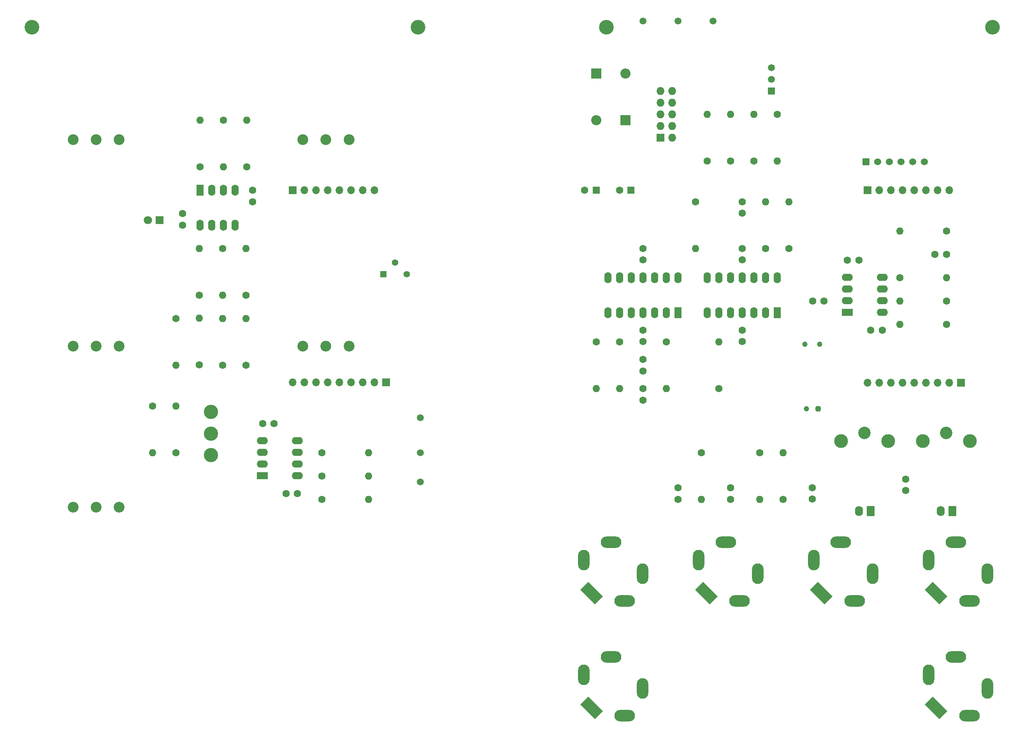
<source format=gts>
%TF.GenerationSoftware,KiCad,Pcbnew,7.0.0-da2b9df05c~171~ubuntu22.04.1*%
%TF.CreationDate,2023-03-08T20:31:39-05:00*%
%TF.ProjectId,springReverbRev2,73707269-6e67-4526-9576-657262526576,rev?*%
%TF.SameCoordinates,Original*%
%TF.FileFunction,Soldermask,Top*%
%TF.FilePolarity,Negative*%
%FSLAX46Y46*%
G04 Gerber Fmt 4.6, Leading zero omitted, Abs format (unit mm)*
G04 Created by KiCad (PCBNEW 7.0.0-da2b9df05c~171~ubuntu22.04.1) date 2023-03-08 20:31:39*
%MOMM*%
%LPD*%
G01*
G04 APERTURE LIST*
G04 Aperture macros list*
%AMRoundRect*
0 Rectangle with rounded corners*
0 $1 Rounding radius*
0 $2 $3 $4 $5 $6 $7 $8 $9 X,Y pos of 4 corners*
0 Add a 4 corners polygon primitive as box body*
4,1,4,$2,$3,$4,$5,$6,$7,$8,$9,$2,$3,0*
0 Add four circle primitives for the rounded corners*
1,1,$1+$1,$2,$3*
1,1,$1+$1,$4,$5*
1,1,$1+$1,$6,$7*
1,1,$1+$1,$8,$9*
0 Add four rect primitives between the rounded corners*
20,1,$1+$1,$2,$3,$4,$5,0*
20,1,$1+$1,$4,$5,$6,$7,0*
20,1,$1+$1,$6,$7,$8,$9,0*
20,1,$1+$1,$8,$9,$2,$3,0*%
%AMRotRect*
0 Rectangle, with rotation*
0 The origin of the aperture is its center*
0 $1 length*
0 $2 width*
0 $3 Rotation angle, in degrees counterclockwise*
0 Add horizontal line*
21,1,$1,$2,0,0,$3*%
G04 Aperture macros list end*
%ADD10O,2.500000X4.500001*%
%ADD11O,4.500001X2.500001*%
%ADD12RotRect,4.500001X2.500001X315.000000*%
%ADD13O,4.500000X2.500000*%
%ADD14O,2.500000X4.500000*%
%ADD15C,3.200000*%
%ADD16C,2.340000*%
%ADD17R,1.800000X1.800000*%
%ADD18C,1.800000*%
%ADD19R,1.400000X1.400000*%
%ADD20C,1.400000*%
%ADD21R,1.700000X1.700000*%
%ADD22O,1.700000X1.700000*%
%ADD23C,1.500000*%
%ADD24C,3.100000*%
%ADD25C,1.600000*%
%ADD26O,1.600000X1.600000*%
%ADD27R,1.600000X2.400000*%
%ADD28O,1.600000X2.400000*%
%ADD29R,2.400000X1.600000*%
%ADD30O,2.400000X1.600000*%
%ADD31R,1.727200X1.727200*%
%ADD32O,1.727200X1.727200*%
%ADD33R,1.600000X1.600000*%
%ADD34RoundRect,0.050800X-0.711200X0.711200X-0.711200X-0.711200X0.711200X-0.711200X0.711200X0.711200X0*%
%ADD35C,1.524000*%
%ADD36C,3.000000*%
%ADD37C,2.700000*%
%ADD38RoundRect,0.250000X0.620000X0.850000X-0.620000X0.850000X-0.620000X-0.850000X0.620000X-0.850000X0*%
%ADD39O,1.740000X2.200000*%
%ADD40R,1.500000X1.500000*%
%ADD41RoundRect,0.287500X0.287500X-0.287500X0.287500X0.287500X-0.287500X0.287500X-0.287500X-0.287500X0*%
%ADD42C,1.150000*%
%ADD43R,2.200000X2.200000*%
%ADD44O,2.200000X2.200000*%
G04 APERTURE END LIST*
D10*
%TO.C,J902*%
X193899999Y-150499999D03*
D11*
X189999999Y-156399999D03*
D12*
X182759999Y-154739999D03*
D13*
X186999999Y-143599999D03*
D14*
X181099999Y-147499999D03*
%TD*%
D10*
%TO.C,J905*%
X218899999Y-150499999D03*
D11*
X214999999Y-156399999D03*
D12*
X207759999Y-154739999D03*
D13*
X211999999Y-143599999D03*
D14*
X206099999Y-147499999D03*
%TD*%
D15*
%TO.C,H905*%
X145000000Y-31500000D03*
%TD*%
D16*
%TO.C,RV901*%
X70000000Y-56000000D03*
X75000000Y-56000000D03*
X80000000Y-56000000D03*
%TD*%
D17*
%TO.C,LED1*%
X88774999Y-73499999D03*
D18*
X86235000Y-73500000D03*
%TD*%
D19*
%TO.C,VR1*%
X137459999Y-85309999D03*
D20*
X140000000Y-82770000D03*
X142540000Y-85310000D03*
%TD*%
D16*
%TO.C,RV905*%
X120000000Y-101000000D03*
X125000000Y-101000000D03*
X130000000Y-101000000D03*
%TD*%
D10*
%TO.C,J901*%
X243899999Y-150499999D03*
D11*
X239999999Y-156399999D03*
D12*
X232759999Y-154739999D03*
D13*
X236999999Y-143599999D03*
D14*
X231099999Y-147499999D03*
%TD*%
D10*
%TO.C,J904*%
X193899999Y-175499999D03*
D11*
X189999999Y-181399999D03*
D12*
X182759999Y-179739999D03*
D13*
X186999999Y-168599999D03*
D14*
X181099999Y-172499999D03*
%TD*%
D16*
%TO.C,RV903*%
X70000000Y-136000000D03*
X75000000Y-136000000D03*
X80000000Y-136000000D03*
%TD*%
D10*
%TO.C,J903*%
X268899999Y-175499999D03*
D11*
X264999999Y-181399999D03*
D12*
X257759999Y-179739999D03*
D13*
X261999999Y-168599999D03*
D14*
X256099999Y-172499999D03*
%TD*%
D21*
%TO.C,J908*%
X242779999Y-66979999D03*
D22*
X245319999Y-66979999D03*
X247859999Y-66979999D03*
X250399999Y-66979999D03*
X252939999Y-66979999D03*
X255479999Y-66979999D03*
X258019999Y-66979999D03*
X260559999Y-66979999D03*
%TD*%
D15*
%TO.C,H901*%
X186000000Y-31500000D03*
%TD*%
D10*
%TO.C,J906*%
X268899999Y-150499999D03*
D11*
X264999999Y-156399999D03*
D12*
X257759999Y-154739999D03*
D13*
X261999999Y-143599999D03*
D14*
X256099999Y-147499999D03*
%TD*%
D16*
%TO.C,RV904*%
X120000000Y-56000000D03*
X125000000Y-56000000D03*
X130000000Y-56000000D03*
%TD*%
D23*
%TO.C,TP905*%
X145520000Y-124130000D03*
%TD*%
%TO.C,TP904*%
X145520000Y-116510000D03*
%TD*%
D24*
%TO.C,SW901*%
X100000000Y-124700000D03*
X100000000Y-120000000D03*
X100000000Y-115300000D03*
%TD*%
D21*
%TO.C,J910*%
X263099999Y-108889999D03*
D22*
X260559999Y-108889999D03*
X258019999Y-108889999D03*
X255479999Y-108889999D03*
X252939999Y-108889999D03*
X250399999Y-108889999D03*
X247859999Y-108889999D03*
X245319999Y-108889999D03*
X242779999Y-108889999D03*
%TD*%
D15*
%TO.C,H902*%
X270000000Y-31500000D03*
%TD*%
D16*
%TO.C,RV902*%
X70000000Y-101000000D03*
X75000000Y-101000000D03*
X80000000Y-101000000D03*
%TD*%
D23*
%TO.C,TP906*%
X145520000Y-130480000D03*
%TD*%
D15*
%TO.C,H903*%
X61000000Y-31500000D03*
%TD*%
D25*
%TO.C,R108*%
X205410000Y-69520000D03*
D26*
X205409999Y-79679999D03*
%TD*%
D25*
%TO.C,C903*%
X118804286Y-133020000D03*
X116304286Y-133020000D03*
%TD*%
%TO.C,R2*%
X124130000Y-129210000D03*
D26*
X134289999Y-129209999D03*
%TD*%
D25*
%TO.C,C109*%
X193980000Y-106350000D03*
X193980000Y-103850000D03*
%TD*%
D23*
%TO.C,TP903*%
X209220000Y-30150000D03*
%TD*%
D25*
%TO.C,R902*%
X219380000Y-124130000D03*
D26*
X219379999Y-134289999D03*
%TD*%
D25*
%TO.C,R19*%
X225730000Y-79680000D03*
D26*
X225729999Y-69519999D03*
%TD*%
D25*
%TO.C,C107*%
X215565000Y-79690000D03*
X215565000Y-82190000D03*
%TD*%
%TO.C,C1*%
X201600000Y-131790000D03*
X201600000Y-134290000D03*
%TD*%
%TO.C,C105*%
X240930000Y-82220000D03*
X238430000Y-82220000D03*
%TD*%
%TO.C,C901*%
X193975000Y-79690000D03*
X193975000Y-82190000D03*
%TD*%
%TO.C,R23*%
X107745000Y-61900000D03*
D26*
X107744999Y-51739999D03*
%TD*%
D25*
%TO.C,C3*%
X259980000Y-80950000D03*
X257480000Y-80950000D03*
%TD*%
%TO.C,R18*%
X220650000Y-79680000D03*
D26*
X220649999Y-69519999D03*
%TD*%
D25*
%TO.C,C106*%
X193975000Y-97470000D03*
X193975000Y-99970000D03*
%TD*%
%TO.C,R110*%
X210490000Y-110160000D03*
D26*
X210489999Y-99999999D03*
%TD*%
D25*
%TO.C,R24*%
X97585000Y-61900000D03*
D26*
X97584999Y-51739999D03*
%TD*%
D25*
%TO.C,R103*%
X224460000Y-134290000D03*
D26*
X224459999Y-124129999D03*
%TD*%
D27*
%TO.C,IC103*%
X223189999Y-93649999D03*
D28*
X220649999Y-93649999D03*
X218109999Y-93649999D03*
X215569999Y-93649999D03*
X213029999Y-93649999D03*
X210489999Y-93649999D03*
X207949999Y-93649999D03*
X207949999Y-86029999D03*
X210489999Y-86029999D03*
X213029999Y-86029999D03*
X215569999Y-86029999D03*
X218109999Y-86029999D03*
X220649999Y-86029999D03*
X223189999Y-86029999D03*
%TD*%
D25*
%TO.C,R26*%
X92380000Y-124130000D03*
D26*
X92379999Y-113969999D03*
%TD*%
D29*
%TO.C,U7*%
X238439999Y-93639999D03*
D30*
X238439999Y-91099999D03*
X238439999Y-88559999D03*
X238439999Y-86019999D03*
X246059999Y-86019999D03*
X246059999Y-88559999D03*
X246059999Y-91099999D03*
X246059999Y-93639999D03*
%TD*%
D25*
%TO.C,R109*%
X183820000Y-100000000D03*
D26*
X183819999Y-110159999D03*
%TD*%
D31*
%TO.C,SV101*%
X197789999Y-55549999D03*
D32*
X200329999Y-55549999D03*
X197789999Y-53009999D03*
X200329999Y-53009999D03*
X197789999Y-50469999D03*
X200329999Y-50469999D03*
X197789999Y-47929999D03*
X200329999Y-47929999D03*
X197789999Y-45389999D03*
X200329999Y-45389999D03*
%TD*%
D33*
%TO.C,C103*%
X191359999Y-66979999D03*
D25*
X188860000Y-66980000D03*
%TD*%
%TO.C,R106*%
X188900000Y-100000000D03*
D26*
X188899999Y-110159999D03*
%TD*%
D25*
%TO.C,R101*%
X223190000Y-50470000D03*
D26*
X223189999Y-60629999D03*
%TD*%
D25*
%TO.C,R16*%
X107620000Y-89840000D03*
D26*
X107619999Y-79679999D03*
%TD*%
D34*
%TO.C,Z$102*%
X242510000Y-60870000D03*
D35*
X245050000Y-60870000D03*
X247590000Y-60870000D03*
X250130000Y-60870000D03*
X252670000Y-60870000D03*
X255210000Y-60870000D03*
%TD*%
D25*
%TO.C,R105*%
X213030000Y-60630000D03*
D26*
X213029999Y-50469999D03*
%TD*%
D25*
%TO.C,R22*%
X102540000Y-79680000D03*
D26*
X102539999Y-89839999D03*
%TD*%
D25*
%TO.C,R11*%
X260020000Y-75870000D03*
D26*
X249859999Y-75869999D03*
%TD*%
D25*
%TO.C,R102*%
X218110000Y-60630000D03*
D26*
X218109999Y-50469999D03*
%TD*%
D23*
%TO.C,TP902*%
X201600000Y-30150000D03*
%TD*%
D21*
%TO.C,J909*%
X138089999Y-108864999D03*
D22*
X135549999Y-108864999D03*
X133009999Y-108864999D03*
X130469999Y-108864999D03*
X127929999Y-108864999D03*
X125389999Y-108864999D03*
X122849999Y-108864999D03*
X120309999Y-108864999D03*
X117769999Y-108864999D03*
%TD*%
D25*
%TO.C,C108*%
X230810000Y-131750000D03*
X230810000Y-134250000D03*
%TD*%
%TO.C,C6*%
X93825000Y-74600000D03*
X93825000Y-72100000D03*
%TD*%
%TO.C,C4*%
X215570000Y-72020000D03*
X215570000Y-69520000D03*
%TD*%
%TO.C,C5*%
X233350000Y-91110000D03*
X230850000Y-91110000D03*
%TD*%
D36*
%TO.C,X102*%
X265100000Y-121590000D03*
X254800000Y-121590000D03*
D37*
X259950000Y-119890000D03*
%TD*%
D25*
%TO.C,R9*%
X97470000Y-105070000D03*
D26*
X97469999Y-94909999D03*
%TD*%
D38*
%TO.C,J912*%
X261290000Y-136830000D03*
D39*
X258749999Y-136829999D03*
%TD*%
D25*
%TO.C,R8*%
X92380000Y-94920000D03*
D26*
X92379999Y-105079999D03*
%TD*%
D27*
%TO.C,U2*%
X97644999Y-66989999D03*
D28*
X100184999Y-66989999D03*
X102724999Y-66989999D03*
X105264999Y-66989999D03*
X105264999Y-74609999D03*
X102724999Y-74609999D03*
X100184999Y-74609999D03*
X97644999Y-74609999D03*
%TD*%
D25*
%TO.C,R12*%
X102540000Y-105080000D03*
D26*
X102539999Y-94919999D03*
%TD*%
D25*
%TO.C,C104*%
X246010000Y-97460000D03*
X243510000Y-97460000D03*
%TD*%
%TO.C,C7*%
X109065000Y-69520000D03*
X109065000Y-67020000D03*
%TD*%
%TO.C,R901*%
X206680000Y-124130000D03*
D26*
X206679999Y-134289999D03*
%TD*%
D25*
%TO.C,C904*%
X113724286Y-117780000D03*
X111224286Y-117780000D03*
%TD*%
D40*
%TO.C,U901*%
X221919999Y-45389999D03*
D23*
X221920000Y-42850000D03*
X221920000Y-40310000D03*
%TD*%
D25*
%TO.C,C101*%
X251130000Y-132385000D03*
X251130000Y-129885000D03*
%TD*%
%TO.C,R20*%
X97460000Y-89840000D03*
D26*
X97459999Y-79679999D03*
%TD*%
D25*
%TO.C,R10*%
X249860000Y-86030000D03*
D26*
X260019999Y-86029999D03*
%TD*%
D25*
%TO.C,R107*%
X199060000Y-100000000D03*
D26*
X199059999Y-110159999D03*
%TD*%
D41*
%TO.C,V101*%
X232080000Y-114620000D03*
D42*
X229540000Y-114620000D03*
X232410000Y-100533000D03*
X229210000Y-100520000D03*
%TD*%
D27*
%TO.C,IC102*%
X201599999Y-93649999D03*
D28*
X199059999Y-93649999D03*
X196519999Y-93649999D03*
X193979999Y-93649999D03*
X191439999Y-93649999D03*
X188899999Y-93649999D03*
X186359999Y-93649999D03*
X186359999Y-86029999D03*
X188899999Y-86029999D03*
X191439999Y-86029999D03*
X193979999Y-86029999D03*
X196519999Y-86029999D03*
X199059999Y-86029999D03*
X201599999Y-86029999D03*
%TD*%
D21*
%TO.C,J907*%
X117794999Y-67004999D03*
D22*
X120334999Y-67004999D03*
X122874999Y-67004999D03*
X125414999Y-67004999D03*
X127954999Y-67004999D03*
X130494999Y-67004999D03*
X133034999Y-67004999D03*
X135574999Y-67004999D03*
%TD*%
D25*
%TO.C,R7*%
X124130000Y-124130000D03*
D26*
X134289999Y-124129999D03*
%TD*%
D29*
%TO.C,U1*%
X111194285Y-129199999D03*
D30*
X111194285Y-126659999D03*
X111194285Y-124119999D03*
X111194285Y-121579999D03*
X118814285Y-121579999D03*
X118814285Y-124119999D03*
X118814285Y-126659999D03*
X118814285Y-129199999D03*
%TD*%
D25*
%TO.C,C2*%
X213030000Y-131790000D03*
X213030000Y-134290000D03*
%TD*%
%TO.C,R6*%
X260020000Y-91110000D03*
D26*
X249859999Y-91109999D03*
%TD*%
D25*
%TO.C,R3*%
X260020000Y-96190000D03*
D26*
X249859999Y-96189999D03*
%TD*%
D25*
%TO.C,R1*%
X124130000Y-134290000D03*
D26*
X134289999Y-134289999D03*
%TD*%
D25*
%TO.C,R104*%
X207950000Y-60630000D03*
D26*
X207949999Y-50469999D03*
%TD*%
D33*
%TO.C,C102*%
X183779999Y-66979999D03*
D25*
X181280000Y-66980000D03*
%TD*%
D43*
%TO.C,D902*%
X190164999Y-51749999D03*
D44*
X190164999Y-41589999D03*
%TD*%
D25*
%TO.C,R13*%
X107620000Y-105080000D03*
D26*
X107619999Y-94919999D03*
%TD*%
D25*
%TO.C,R21*%
X102665000Y-51740000D03*
D26*
X102664999Y-61899999D03*
%TD*%
D25*
%TO.C,C110*%
X193980000Y-110200000D03*
X193980000Y-112700000D03*
%TD*%
%TO.C,C902*%
X215565000Y-97470000D03*
X215565000Y-99970000D03*
%TD*%
D38*
%TO.C,J911*%
X243510000Y-136830000D03*
D39*
X240969999Y-136829999D03*
%TD*%
D23*
%TO.C,TP901*%
X193980000Y-30150000D03*
%TD*%
D43*
%TO.C,D901*%
X183819999Y-41579999D03*
D44*
X183819999Y-51739999D03*
%TD*%
D25*
%TO.C,R25*%
X87300000Y-113970000D03*
D26*
X87299999Y-124129999D03*
%TD*%
D36*
%TO.C,X101*%
X247320000Y-121590000D03*
X237020000Y-121590000D03*
D37*
X242170000Y-119890000D03*
%TD*%
M02*

</source>
